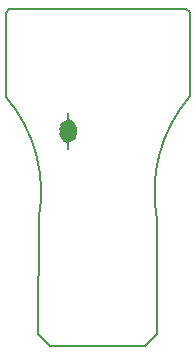
<source format=gbr>
%TF.GenerationSoftware,KiCad,Pcbnew,5.1.6-c6e7f7d~86~ubuntu18.04.1*%
%TF.CreationDate,2020-06-11T10:44:15+02:00*%
%TF.ProjectId,AVR_ISP_With_POGO_Pin,4156525f-4953-4505-9f57-6974685f504f,rev?*%
%TF.SameCoordinates,PX80efd00PY76109c0*%
%TF.FileFunction,Other,Comment*%
%FSLAX46Y46*%
G04 Gerber Fmt 4.6, Leading zero omitted, Abs format (unit mm)*
G04 Created by KiCad (PCBNEW 5.1.6-c6e7f7d~86~ubuntu18.04.1) date 2020-06-11 10:44:15*
%MOMM*%
%LPD*%
G01*
G04 APERTURE LIST*
%TA.AperFunction,Profile*%
%ADD10C,0.150000*%
%TD*%
%ADD11C,0.152400*%
%ADD12C,1.270000*%
G04 APERTURE END LIST*
D10*
X2780000Y1020000D02*
X3800000Y0D01*
X2802713Y10749714D02*
X2780000Y1020000D01*
X15600000Y28210000D02*
X15300000Y28500000D01*
X15602763Y21102606D02*
X15600000Y28210000D01*
X300000Y28500000D02*
X0Y28200000D01*
X15300000Y28500000D02*
X300000Y28500000D01*
X15602763Y21102605D02*
G75*
G03*
X12800000Y10800000I9447237J-8102605D01*
G01*
X2802713Y10749714D02*
G75*
G03*
X0Y21100000I-12202713J2250286D01*
G01*
X11800000Y0D02*
X12800000Y1000000D01*
X11800000Y0D02*
X3800000Y0D01*
X12800000Y10800000D02*
X12800000Y1000000D01*
X0Y21100000D02*
X0Y28200000D01*
D11*
%TO.C,JP1*%
X5300000Y17146000D02*
X5300000Y16638000D01*
X5300000Y19178000D02*
X5300000Y19686000D01*
D12*
X5427000Y17908000D02*
G75*
G02*
X5173000Y17908000I-127000J0D01*
G01*
X5173000Y18416000D02*
G75*
G02*
X5427000Y18416000I127000J0D01*
G01*
%TD*%
M02*

</source>
